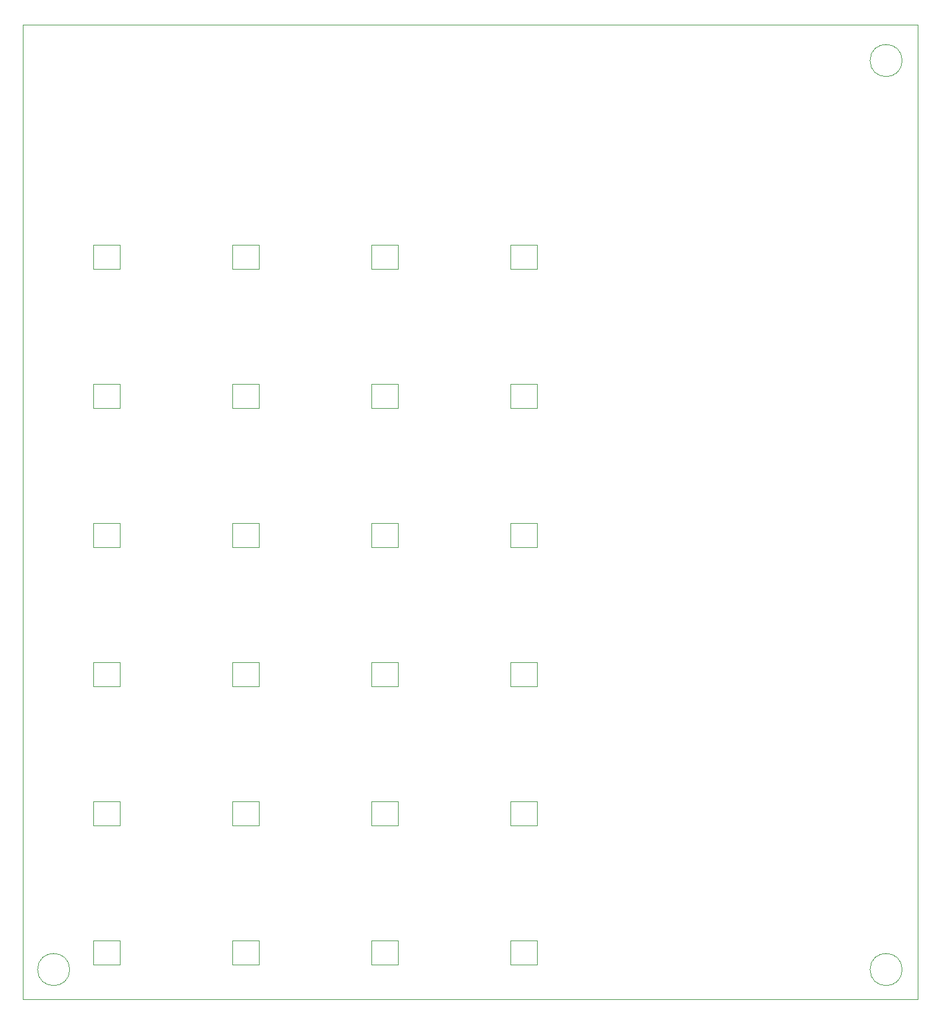
<source format=gbr>
G04 #@! TF.GenerationSoftware,KiCad,Pcbnew,(5.1.5)-3*
G04 #@! TF.CreationDate,2020-04-09T07:49:00+02:00*
G04 #@! TF.ProjectId,NumPad,4e756d50-6164-42e6-9b69-6361645f7063,rev?*
G04 #@! TF.SameCoordinates,Original*
G04 #@! TF.FileFunction,Profile,NP*
%FSLAX46Y46*%
G04 Gerber Fmt 4.6, Leading zero omitted, Abs format (unit mm)*
G04 Created by KiCad (PCBNEW (5.1.5)-3) date 2020-04-09 07:49:00*
%MOMM*%
%LPD*%
G04 APERTURE LIST*
%ADD10C,0.050000*%
G04 APERTURE END LIST*
D10*
X26330000Y-179578000D02*
G75*
G03X26330000Y-179578000I-2200000J0D01*
G01*
X140376000Y-55118000D02*
G75*
G03X140376000Y-55118000I-2200000J0D01*
G01*
X140376000Y-179578000D02*
G75*
G03X140376000Y-179578000I-2200000J0D01*
G01*
X142494000Y-50200000D02*
X142494000Y-183675000D01*
X19875000Y-50200000D02*
X142494000Y-50200000D01*
X19875000Y-183675000D02*
X142494000Y-183675000D01*
X19875000Y-50200000D02*
X19875000Y-183675000D01*
X90370000Y-175580000D02*
X90370000Y-178870000D01*
X71320000Y-175580000D02*
X71320000Y-178870000D01*
X52270000Y-175580000D02*
X52270000Y-178870000D01*
X33220000Y-175580000D02*
X33220000Y-178870000D01*
X90370000Y-156530000D02*
X90370000Y-159820000D01*
X71320000Y-156530000D02*
X71320000Y-159820000D01*
X52270000Y-156530000D02*
X52270000Y-159820000D01*
X33220000Y-156530000D02*
X33220000Y-159820000D01*
X90370000Y-137480000D02*
X90370000Y-140770000D01*
X71320000Y-137480000D02*
X71320000Y-140770000D01*
X52270000Y-137480000D02*
X52270000Y-140770000D01*
X33220000Y-137480000D02*
X33220000Y-140770000D01*
X90370000Y-118430000D02*
X90370000Y-121720000D01*
X71320000Y-118430000D02*
X71320000Y-121720000D01*
X52270000Y-118430000D02*
X52270000Y-121720000D01*
X33220000Y-118430000D02*
X33220000Y-121720000D01*
X90370000Y-99380000D02*
X90370000Y-102670000D01*
X71320000Y-99380000D02*
X71320000Y-102670000D01*
X52270000Y-99380000D02*
X52270000Y-102670000D01*
X33220000Y-99380000D02*
X33220000Y-102670000D01*
X90370000Y-80330000D02*
X90370000Y-83620000D01*
X71320000Y-80330000D02*
X71320000Y-83620000D01*
X52270000Y-80330000D02*
X52270000Y-83620000D01*
X86730000Y-178870000D02*
X86730000Y-175580000D01*
X67680000Y-178870000D02*
X67680000Y-175580000D01*
X48630000Y-178870000D02*
X48630000Y-175580000D01*
X29580000Y-178870000D02*
X29580000Y-175580000D01*
X86730000Y-159820000D02*
X86730000Y-156530000D01*
X67680000Y-159820000D02*
X67680000Y-156530000D01*
X48630000Y-159820000D02*
X48630000Y-156530000D01*
X29580000Y-159820000D02*
X29580000Y-156530000D01*
X86730000Y-140770000D02*
X86730000Y-137480000D01*
X67680000Y-140770000D02*
X67680000Y-137480000D01*
X48630000Y-140770000D02*
X48630000Y-137480000D01*
X29580000Y-140770000D02*
X29580000Y-137480000D01*
X86730000Y-121720000D02*
X86730000Y-118430000D01*
X67680000Y-121720000D02*
X67680000Y-118430000D01*
X48630000Y-121720000D02*
X48630000Y-118430000D01*
X29580000Y-121720000D02*
X29580000Y-118430000D01*
X86730000Y-102670000D02*
X86730000Y-99380000D01*
X67680000Y-102670000D02*
X67680000Y-99380000D01*
X48630000Y-102670000D02*
X48630000Y-99380000D01*
X29580000Y-102670000D02*
X29580000Y-99380000D01*
X86730000Y-83620000D02*
X86730000Y-80330000D01*
X67680000Y-83620000D02*
X67680000Y-80330000D01*
X48630000Y-83620000D02*
X48630000Y-80330000D01*
X86730000Y-175580000D02*
X90370000Y-175580000D01*
X67680000Y-175580000D02*
X71320000Y-175580000D01*
X48630000Y-175580000D02*
X52270000Y-175580000D01*
X29580000Y-175580000D02*
X33220000Y-175580000D01*
X86730000Y-156530000D02*
X90370000Y-156530000D01*
X67680000Y-156530000D02*
X71320000Y-156530000D01*
X48630000Y-156530000D02*
X52270000Y-156530000D01*
X29580000Y-156530000D02*
X33220000Y-156530000D01*
X86730000Y-137480000D02*
X90370000Y-137480000D01*
X67680000Y-137480000D02*
X71320000Y-137480000D01*
X48630000Y-137480000D02*
X52270000Y-137480000D01*
X29580000Y-137480000D02*
X33220000Y-137480000D01*
X86730000Y-118430000D02*
X90370000Y-118430000D01*
X67680000Y-118430000D02*
X71320000Y-118430000D01*
X48630000Y-118430000D02*
X52270000Y-118430000D01*
X29580000Y-118430000D02*
X33220000Y-118430000D01*
X86730000Y-99380000D02*
X90370000Y-99380000D01*
X67680000Y-99380000D02*
X71320000Y-99380000D01*
X48630000Y-99380000D02*
X52270000Y-99380000D01*
X29580000Y-99380000D02*
X33220000Y-99380000D01*
X86730000Y-80330000D02*
X90370000Y-80330000D01*
X67680000Y-80330000D02*
X71320000Y-80330000D01*
X48630000Y-80330000D02*
X52270000Y-80330000D01*
X90370000Y-178870000D02*
X86730000Y-178870000D01*
X71320000Y-178870000D02*
X67680000Y-178870000D01*
X52270000Y-178870000D02*
X48630000Y-178870000D01*
X33220000Y-178870000D02*
X29580000Y-178870000D01*
X90370000Y-159820000D02*
X86730000Y-159820000D01*
X71320000Y-159820000D02*
X67680000Y-159820000D01*
X52270000Y-159820000D02*
X48630000Y-159820000D01*
X33220000Y-159820000D02*
X29580000Y-159820000D01*
X90370000Y-140770000D02*
X86730000Y-140770000D01*
X71320000Y-140770000D02*
X67680000Y-140770000D01*
X52270000Y-140770000D02*
X48630000Y-140770000D01*
X33220000Y-140770000D02*
X29580000Y-140770000D01*
X90370000Y-121720000D02*
X86730000Y-121720000D01*
X71320000Y-121720000D02*
X67680000Y-121720000D01*
X52270000Y-121720000D02*
X48630000Y-121720000D01*
X33220000Y-121720000D02*
X29580000Y-121720000D01*
X90370000Y-102670000D02*
X86730000Y-102670000D01*
X71320000Y-102670000D02*
X67680000Y-102670000D01*
X52270000Y-102670000D02*
X48630000Y-102670000D01*
X33220000Y-102670000D02*
X29580000Y-102670000D01*
X90370000Y-83620000D02*
X86730000Y-83620000D01*
X71320000Y-83620000D02*
X67680000Y-83620000D01*
X52270000Y-83620000D02*
X48630000Y-83620000D01*
X29580000Y-83620000D02*
X29580000Y-80330000D01*
X33220000Y-83620000D02*
X29580000Y-83620000D01*
X33220000Y-80330000D02*
X33220000Y-83620000D01*
X29580000Y-80330000D02*
X33220000Y-80330000D01*
M02*

</source>
